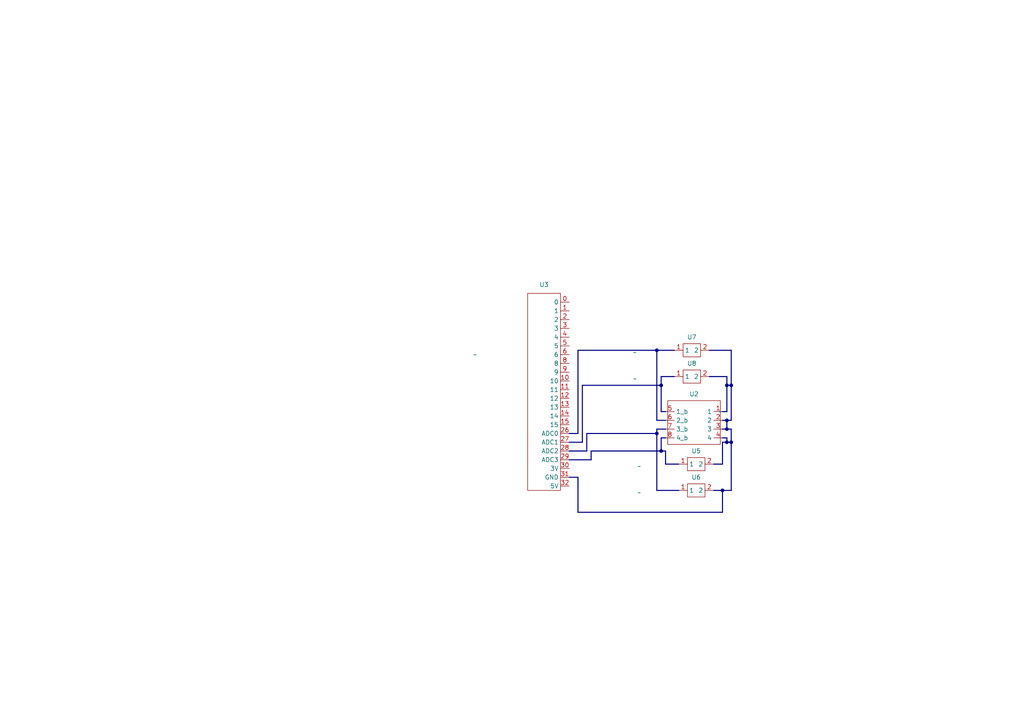
<source format=kicad_sch>
(kicad_sch (version 20230121) (generator eeschema)

  (uuid e753bba7-8b5a-466d-8f63-4c01e52efac9)

  (paper "A4")

  (lib_symbols
    (symbol "自作_Library:4*2pinHeader" (in_bom yes) (on_board yes)
      (property "Reference" "U" (at -0.635 8.89 0)
        (effects (font (size 1.27 1.27)))
      )
      (property "Value" "" (at 6.985 3.81 0)
        (effects (font (size 1.27 1.27)))
      )
      (property "Footprint" "" (at 6.985 3.81 0)
        (effects (font (size 1.27 1.27)) hide)
      )
      (property "Datasheet" "" (at 6.985 3.81 0)
        (effects (font (size 1.27 1.27)) hide)
      )
      (symbol "4*2pinHeader_0_1"
        (rectangle (start -8.255 6.985) (end 6.985 -5.715)
          (stroke (width 0) (type default))
          (fill (type none))
        )
      )
      (symbol "4*2pinHeader_1_1"
        (pin output line (at 7.62 3.81 180) (length 2.54)
          (name "1" (effects (font (size 1.27 1.27))))
          (number "1" (effects (font (size 1.27 1.27))))
        )
        (pin output line (at 7.62 1.27 180) (length 2.54)
          (name "2" (effects (font (size 1.27 1.27))))
          (number "2" (effects (font (size 1.27 1.27))))
        )
        (pin output line (at 7.62 -1.27 180) (length 2.54)
          (name "3" (effects (font (size 1.27 1.27))))
          (number "3" (effects (font (size 1.27 1.27))))
        )
        (pin output line (at 7.62 -3.81 180) (length 2.54)
          (name "4" (effects (font (size 1.27 1.27))))
          (number "4" (effects (font (size 1.27 1.27))))
        )
        (pin output line (at -8.89 3.81 0) (length 2.54)
          (name "1_b" (effects (font (size 1.27 1.27))))
          (number "5" (effects (font (size 1.27 1.27))))
        )
        (pin output line (at -8.89 1.27 0) (length 2.54)
          (name "2_b" (effects (font (size 1.27 1.27))))
          (number "6" (effects (font (size 1.27 1.27))))
        )
        (pin output line (at -8.89 -1.27 0) (length 2.54)
          (name "3_b" (effects (font (size 1.27 1.27))))
          (number "7" (effects (font (size 1.27 1.27))))
        )
        (pin output line (at -8.89 -3.81 0) (length 2.54)
          (name "4_b" (effects (font (size 1.27 1.27))))
          (number "8" (effects (font (size 1.27 1.27))))
        )
      )
    )
    (symbol "自作_Library:rp2040_micro_board" (in_bom yes) (on_board yes)
      (property "Reference" "U" (at 0.635 27.305 0)
        (effects (font (size 1.27 1.27)))
      )
      (property "Value" "" (at -19.685 7.62 0)
        (effects (font (size 1.27 1.27)))
      )
      (property "Footprint" "" (at -19.685 7.62 0)
        (effects (font (size 1.27 1.27)) hide)
      )
      (property "Datasheet" "" (at -19.685 7.62 0)
        (effects (font (size 1.27 1.27)) hide)
      )
      (symbol "rp2040_micro_board_0_1"
        (rectangle (start -4.445 25.4) (end 5.08 -31.75)
          (stroke (width 0) (type default))
          (fill (type none))
        )
      )
      (symbol "rp2040_micro_board_1_1"
        (pin input line (at 7.62 22.86 180) (length 2.54)
          (name "0" (effects (font (size 1.27 1.27))))
          (number "0" (effects (font (size 1.27 1.27))))
        )
        (pin input line (at 7.62 20.32 180) (length 2.54)
          (name "1" (effects (font (size 1.27 1.27))))
          (number "1" (effects (font (size 1.27 1.27))))
        )
        (pin input line (at 7.62 0 180) (length 2.54)
          (name "10" (effects (font (size 1.27 1.27))))
          (number "10" (effects (font (size 1.27 1.27))))
        )
        (pin input line (at 7.62 -2.54 180) (length 2.54)
          (name "11" (effects (font (size 1.27 1.27))))
          (number "11" (effects (font (size 1.27 1.27))))
        )
        (pin input line (at 7.62 -5.08 180) (length 2.54)
          (name "12" (effects (font (size 1.27 1.27))))
          (number "12" (effects (font (size 1.27 1.27))))
        )
        (pin input line (at 7.62 -7.62 180) (length 2.54)
          (name "13" (effects (font (size 1.27 1.27))))
          (number "13" (effects (font (size 1.27 1.27))))
        )
        (pin input line (at 7.62 -10.16 180) (length 2.54)
          (name "14" (effects (font (size 1.27 1.27))))
          (number "14" (effects (font (size 1.27 1.27))))
        )
        (pin input line (at 7.62 -12.7 180) (length 2.54)
          (name "15" (effects (font (size 1.27 1.27))))
          (number "15" (effects (font (size 1.27 1.27))))
        )
        (pin input line (at 7.62 17.78 180) (length 2.54)
          (name "2" (effects (font (size 1.27 1.27))))
          (number "2" (effects (font (size 1.27 1.27))))
        )
        (pin input line (at 7.62 -15.24 180) (length 2.54)
          (name "ADC0" (effects (font (size 1.27 1.27))))
          (number "26" (effects (font (size 1.27 1.27))))
        )
        (pin input line (at 7.62 -17.78 180) (length 2.54)
          (name "ADC1" (effects (font (size 1.27 1.27))))
          (number "27" (effects (font (size 1.27 1.27))))
        )
        (pin input line (at 7.62 -20.32 180) (length 2.54)
          (name "ADC2" (effects (font (size 1.27 1.27))))
          (number "28" (effects (font (size 1.27 1.27))))
        )
        (pin input line (at 7.62 -22.86 180) (length 2.54)
          (name "ADC3" (effects (font (size 1.27 1.27))))
          (number "29" (effects (font (size 1.27 1.27))))
        )
        (pin input line (at 7.62 15.24 180) (length 2.54)
          (name "3" (effects (font (size 1.27 1.27))))
          (number "3" (effects (font (size 1.27 1.27))))
        )
        (pin power_out line (at 7.62 -25.4 180) (length 2.54)
          (name "3V" (effects (font (size 1.27 1.27))))
          (number "30" (effects (font (size 1.27 1.27))))
        )
        (pin power_out line (at 7.62 -27.94 180) (length 2.54)
          (name "GND" (effects (font (size 1.27 1.27))))
          (number "31" (effects (font (size 1.27 1.27))))
        )
        (pin power_out line (at 7.62 -30.48 180) (length 2.54)
          (name "5V" (effects (font (size 1.27 1.27))))
          (number "32" (effects (font (size 1.27 1.27))))
        )
        (pin input line (at 7.62 12.7 180) (length 2.54)
          (name "4" (effects (font (size 1.27 1.27))))
          (number "4" (effects (font (size 1.27 1.27))))
        )
        (pin input line (at 7.62 10.16 180) (length 2.54)
          (name "5" (effects (font (size 1.27 1.27))))
          (number "5" (effects (font (size 1.27 1.27))))
        )
        (pin input line (at 7.62 7.62 180) (length 2.54)
          (name "6" (effects (font (size 1.27 1.27))))
          (number "6" (effects (font (size 1.27 1.27))))
        )
        (pin input line (at 7.62 5.08 180) (length 2.54)
          (name "8" (effects (font (size 1.27 1.27))))
          (number "8" (effects (font (size 1.27 1.27))))
        )
        (pin input line (at 7.62 2.54 180) (length 2.54)
          (name "9" (effects (font (size 1.27 1.27))))
          (number "9" (effects (font (size 1.27 1.27))))
        )
      )
    )
    (symbol "自作_Library:抵抗1/4W抵抗" (in_bom yes) (on_board yes)
      (property "Reference" "U" (at -0.635 3.175 0)
        (effects (font (size 1.27 1.27)))
      )
      (property "Value" "" (at -16.51 -0.635 0)
        (effects (font (size 1.27 1.27)))
      )
      (property "Footprint" "" (at -16.51 -0.635 0)
        (effects (font (size 1.27 1.27)) hide)
      )
      (property "Datasheet" "" (at -16.51 -0.635 0)
        (effects (font (size 1.27 1.27)) hide)
      )
      (symbol "抵抗1/4W抵抗_0_1"
        (rectangle (start -2.54 1.905) (end 2.54 -1.905)
          (stroke (width 0) (type default))
          (fill (type none))
        )
      )
      (symbol "抵抗1/4W抵抗_1_1"
        (pin bidirectional line (at -5.08 0 0) (length 2.54)
          (name "1" (effects (font (size 1.27 1.27))))
          (number "1" (effects (font (size 1.27 1.27))))
        )
        (pin bidirectional line (at 5.08 0 180) (length 2.54)
          (name "2" (effects (font (size 1.27 1.27))))
          (number "2" (effects (font (size 1.27 1.27))))
        )
      )
    )
  )

  (junction (at 212.09 111.76) (diameter 0) (color 0 0 0 0)
    (uuid 1067a364-4fe1-4ffb-83cc-4b032e70e5ef)
  )
  (junction (at 210.82 111.76) (diameter 0) (color 0 0 0 0)
    (uuid 168e8e05-49ab-44cf-9056-b3a84cab59dd)
  )
  (junction (at 190.5 101.6) (diameter 0) (color 0 0 0 0)
    (uuid 169899cc-800c-4547-9c79-766f46129750)
  )
  (junction (at 212.09 128.27) (diameter 0) (color 0 0 0 0)
    (uuid 1715fc2d-b56b-435b-95cc-1a282983912b)
  )
  (junction (at 191.77 130.81) (diameter 0) (color 0 0 0 0)
    (uuid 1cee4d55-33d9-4736-83e0-ef4c850097a2)
  )
  (junction (at 210.82 121.92) (diameter 0) (color 0 0 0 0)
    (uuid 271cde61-2628-471f-8cb5-868bb097fdfe)
  )
  (junction (at 209.55 142.24) (diameter 0) (color 0 0 0 0)
    (uuid 45d2ccea-5ca9-4515-a6db-2522e69cc8ae)
  )
  (junction (at 190.5 125.73) (diameter 0) (color 0 0 0 0)
    (uuid 811e90f0-6ff6-4d44-b460-e283ffecfe8f)
  )
  (junction (at 210.82 128.27) (diameter 0) (color 0 0 0 0)
    (uuid 9ef32b67-a386-4a35-821f-202a2db893fc)
  )
  (junction (at 191.77 111.76) (diameter 0) (color 0 0 0 0)
    (uuid df7b07a1-e136-4911-a8f5-c98aba466855)
  )
  (junction (at 210.82 124.46) (diameter 0) (color 0 0 0 0)
    (uuid e239d993-d669-42e0-a25c-330f280286a1)
  )

  (bus (pts (xy 165.1 128.27) (xy 168.91 128.27))
    (stroke (width 0) (type default))
    (uuid 048443bb-5d37-43a4-b484-22799178a540)
  )
  (bus (pts (xy 212.09 124.46) (xy 212.09 128.27))
    (stroke (width 0) (type default))
    (uuid 0638693c-1191-426b-92fb-0bde95c964d2)
  )
  (bus (pts (xy 191.77 109.22) (xy 195.58 109.22))
    (stroke (width 0) (type default))
    (uuid 0b2af69e-86b4-4722-8cb1-b310926fa1f0)
  )
  (bus (pts (xy 210.82 109.22) (xy 210.82 111.76))
    (stroke (width 0) (type default))
    (uuid 13d54a36-6413-49ba-a651-25d1cfc69c0b)
  )
  (bus (pts (xy 191.77 111.76) (xy 168.91 111.76))
    (stroke (width 0) (type default))
    (uuid 1c17609c-9c96-4ed9-9a6e-7cb1e398779f)
  )
  (bus (pts (xy 210.82 128.27) (xy 212.09 128.27))
    (stroke (width 0) (type default))
    (uuid 1f2cbe64-276f-4e60-90a7-e7a02dc96400)
  )
  (bus (pts (xy 167.64 101.6) (xy 167.64 125.73))
    (stroke (width 0) (type default))
    (uuid 261595f4-aa45-4c39-96fd-69d15d0dd8fe)
  )
  (bus (pts (xy 190.5 125.73) (xy 170.18 125.73))
    (stroke (width 0) (type default))
    (uuid 296251e3-4ea7-48c0-a897-754529eb7a9a)
  )
  (bus (pts (xy 190.5 121.92) (xy 190.5 101.6))
    (stroke (width 0) (type default))
    (uuid 2ee642cd-e26d-4185-a491-b43e2a062d8b)
  )
  (bus (pts (xy 209.55 128.27) (xy 209.55 134.62))
    (stroke (width 0) (type default))
    (uuid 336c12ad-d0ce-44ea-bffe-098887e160f0)
  )
  (bus (pts (xy 210.82 127) (xy 210.82 128.27))
    (stroke (width 0) (type default))
    (uuid 446a3096-14b6-4ad6-b1f4-127397975e0a)
  )
  (bus (pts (xy 165.1 125.73) (xy 167.64 125.73))
    (stroke (width 0) (type default))
    (uuid 45075918-7674-4cad-931e-e1990c858ca0)
  )
  (bus (pts (xy 190.5 101.6) (xy 195.58 101.6))
    (stroke (width 0) (type default))
    (uuid 45e0abf2-52a9-43a9-879e-3c1b93ee1322)
  )
  (bus (pts (xy 190.5 142.24) (xy 190.5 125.73))
    (stroke (width 0) (type default))
    (uuid 46f7e8b8-35e6-4000-bb45-03baae6ab87a)
  )
  (bus (pts (xy 207.01 134.62) (xy 209.55 134.62))
    (stroke (width 0) (type default))
    (uuid 56652406-ba4d-40b9-a04f-f484bed5918d)
  )
  (bus (pts (xy 193.04 121.92) (xy 190.5 121.92))
    (stroke (width 0) (type default))
    (uuid 5788da59-66b4-43a3-801d-f59cbd5ad432)
  )
  (bus (pts (xy 167.64 148.59) (xy 167.64 138.43))
    (stroke (width 0) (type default))
    (uuid 592be8ed-c9fc-4026-9dba-15b98a9b89b4)
  )
  (bus (pts (xy 191.77 130.81) (xy 193.04 130.81))
    (stroke (width 0) (type default))
    (uuid 5cfc4ebb-c01e-49b5-88ec-e5aec202ebc9)
  )
  (bus (pts (xy 190.5 101.6) (xy 167.64 101.6))
    (stroke (width 0) (type default))
    (uuid 60ce5ee1-779c-498a-8da4-83fb3fa442b1)
  )
  (bus (pts (xy 209.55 142.24) (xy 209.55 148.59))
    (stroke (width 0) (type default))
    (uuid 6194a958-5b0e-4900-970c-49438ebb4dcf)
  )
  (bus (pts (xy 205.74 101.6) (xy 212.09 101.6))
    (stroke (width 0) (type default))
    (uuid 630d35a0-bb4b-43ef-ae37-54bc6beef84b)
  )
  (bus (pts (xy 209.55 148.59) (xy 167.64 148.59))
    (stroke (width 0) (type default))
    (uuid 658e8409-446f-4da2-b5d8-6cc930853a93)
  )
  (bus (pts (xy 209.55 119.38) (xy 210.82 119.38))
    (stroke (width 0) (type default))
    (uuid 6a7b85db-04e8-45c1-8877-61748124ccef)
  )
  (bus (pts (xy 210.82 121.92) (xy 212.09 121.92))
    (stroke (width 0) (type default))
    (uuid 6dd4ba6f-94cd-4f05-8c64-61aeae63a5b2)
  )
  (bus (pts (xy 196.85 134.62) (xy 193.04 134.62))
    (stroke (width 0) (type default))
    (uuid 6f97a5bb-bdbf-48a5-a128-1979df96508d)
  )
  (bus (pts (xy 205.74 109.22) (xy 210.82 109.22))
    (stroke (width 0) (type default))
    (uuid 70cc3f4a-cd0c-41a9-abec-082259832547)
  )
  (bus (pts (xy 210.82 111.76) (xy 210.82 119.38))
    (stroke (width 0) (type default))
    (uuid 7346a9a7-3c15-4ef2-859c-04a9d4ec7752)
  )
  (bus (pts (xy 165.1 138.43) (xy 167.64 138.43))
    (stroke (width 0) (type default))
    (uuid 747754b6-465c-475b-b60a-68df8dfc8be7)
  )
  (bus (pts (xy 212.09 101.6) (xy 212.09 111.76))
    (stroke (width 0) (type default))
    (uuid 76235634-b1eb-4e4f-9ffe-543ca1ed1c23)
  )
  (bus (pts (xy 210.82 128.27) (xy 209.55 128.27))
    (stroke (width 0) (type default))
    (uuid 7c332577-b26a-43c7-921e-c6b987091673)
  )
  (bus (pts (xy 196.85 142.24) (xy 190.5 142.24))
    (stroke (width 0) (type default))
    (uuid 7d091337-2af5-4597-8312-aa12e35956e8)
  )
  (bus (pts (xy 171.45 130.81) (xy 171.45 133.35))
    (stroke (width 0) (type default))
    (uuid 7f8cc396-cb9a-429f-9273-455fcb11a98a)
  )
  (bus (pts (xy 165.1 130.81) (xy 170.18 130.81))
    (stroke (width 0) (type default))
    (uuid 8822db07-fba1-47d1-8c13-07581a87e732)
  )
  (bus (pts (xy 212.09 128.27) (xy 212.09 142.24))
    (stroke (width 0) (type default))
    (uuid 8d95a984-418c-4570-960f-ea7aa4da9376)
  )
  (bus (pts (xy 209.55 127) (xy 210.82 127))
    (stroke (width 0) (type default))
    (uuid 8f5e9b84-2889-4856-91dd-27a774674bf8)
  )
  (bus (pts (xy 191.77 109.22) (xy 191.77 111.76))
    (stroke (width 0) (type default))
    (uuid 93f7b2d4-6ebd-438a-a464-aff0858c3575)
  )
  (bus (pts (xy 191.77 130.81) (xy 171.45 130.81))
    (stroke (width 0) (type default))
    (uuid 956be005-81eb-479c-896d-3c53207f8e6c)
  )
  (bus (pts (xy 191.77 127) (xy 193.04 127))
    (stroke (width 0) (type default))
    (uuid 9728a060-884e-4ed5-a285-4532317aadc1)
  )
  (bus (pts (xy 193.04 130.81) (xy 193.04 134.62))
    (stroke (width 0) (type default))
    (uuid 985c83cc-316e-479c-931c-f3c5240c0f0f)
  )
  (bus (pts (xy 212.09 111.76) (xy 212.09 121.92))
    (stroke (width 0) (type default))
    (uuid a2ff3473-e9ce-4964-9295-bf6f078e15fb)
  )
  (bus (pts (xy 209.55 121.92) (xy 210.82 121.92))
    (stroke (width 0) (type default))
    (uuid a8215d9b-ab15-4c07-a5e7-12738a253360)
  )
  (bus (pts (xy 191.77 111.76) (xy 191.77 119.38))
    (stroke (width 0) (type default))
    (uuid bd42026a-2570-411d-8461-97a69f161b42)
  )
  (bus (pts (xy 191.77 119.38) (xy 193.04 119.38))
    (stroke (width 0) (type default))
    (uuid be736fed-c67d-442a-a61f-9ec3f7c39cbb)
  )
  (bus (pts (xy 210.82 121.92) (xy 210.82 124.46))
    (stroke (width 0) (type default))
    (uuid c04c7216-2f9f-436e-8352-cd4f46118981)
  )
  (bus (pts (xy 165.1 133.35) (xy 171.45 133.35))
    (stroke (width 0) (type default))
    (uuid c202b9d7-5920-49d0-a959-067be9100256)
  )
  (bus (pts (xy 190.5 124.46) (xy 193.04 124.46))
    (stroke (width 0) (type default))
    (uuid cb5277b2-641f-416e-bae5-9063e3239255)
  )
  (bus (pts (xy 190.5 125.73) (xy 190.5 124.46))
    (stroke (width 0) (type default))
    (uuid cc7d8783-cb20-422b-b5bf-1524df20ee76)
  )
  (bus (pts (xy 168.91 111.76) (xy 168.91 128.27))
    (stroke (width 0) (type default))
    (uuid d057ae10-bdd2-4242-86b8-56ea0db2e649)
  )
  (bus (pts (xy 209.55 124.46) (xy 210.82 124.46))
    (stroke (width 0) (type default))
    (uuid ddb5a3b0-537e-497e-b88e-c5b151356e6c)
  )
  (bus (pts (xy 170.18 125.73) (xy 170.18 130.81))
    (stroke (width 0) (type default))
    (uuid e189b3dc-6a82-466a-87d4-1e95a5fcb541)
  )
  (bus (pts (xy 212.09 111.76) (xy 210.82 111.76))
    (stroke (width 0) (type default))
    (uuid ec52c8dd-5c69-41e6-b511-2c9fe343e1fa)
  )
  (bus (pts (xy 209.55 142.24) (xy 212.09 142.24))
    (stroke (width 0) (type default))
    (uuid f1302521-3e86-4713-8b75-a61ca2b9d785)
  )
  (bus (pts (xy 207.01 142.24) (xy 209.55 142.24))
    (stroke (width 0) (type default))
    (uuid f7d4fee1-469b-405e-ab65-46018916b128)
  )
  (bus (pts (xy 212.09 124.46) (xy 210.82 124.46))
    (stroke (width 0) (type default))
    (uuid f839fa71-4685-4e52-bb54-6e6735135467)
  )
  (bus (pts (xy 191.77 127) (xy 191.77 130.81))
    (stroke (width 0) (type default))
    (uuid fe0a7b7a-1ad9-463e-b887-c3fbf693479f)
  )

  (symbol (lib_id "自作_Library:rp2040_micro_board") (at 157.48 110.49 0) (unit 1)
    (in_bom yes) (on_board yes) (dnp no) (fields_autoplaced)
    (uuid 0da43278-b548-4dc1-8490-754b013898c9)
    (property "Reference" "U3" (at 157.7975 82.55 0)
      (effects (font (size 1.27 1.27)))
    )
    (property "Value" "~" (at 137.795 102.87 0)
      (effects (font (size 1.27 1.27)))
    )
    (property "Footprint" "Library 自作:rp2040_micro_board" (at 137.795 102.87 0)
      (effects (font (size 1.27 1.27)) hide)
    )
    (property "Datasheet" "" (at 137.795 102.87 0)
      (effects (font (size 1.27 1.27)) hide)
    )
    (pin "13" (uuid 701b2ba5-7e47-4bdf-be66-c18e04327edd))
    (pin "14" (uuid e7da0546-3100-40d5-9040-f289aa08c6c3))
    (pin "27" (uuid 92a81c01-b3d0-4db3-b8d6-448e23f5e581))
    (pin "29" (uuid 264c1f01-5580-4713-a9b0-c02589038796))
    (pin "26" (uuid acf4d68d-1ebd-4f28-8efe-5e01613c84b8))
    (pin "28" (uuid 4569e87b-214b-4ac3-a96e-6a65f08f713e))
    (pin "3" (uuid 0d1b3f47-280f-4fbc-a8be-1b338c366417))
    (pin "11" (uuid 1be7799d-13d0-4f25-8df9-59764cda0b52))
    (pin "12" (uuid 4d5e2448-d697-441d-a5a5-c9cc8a061a09))
    (pin "0" (uuid 417a497e-5c83-48db-9ec9-b48d1c598b0b))
    (pin "2" (uuid c68b8ad0-6a30-49b2-8a79-821d895ed3fe))
    (pin "10" (uuid 2e485df0-9d39-4378-b3c3-8c3bd4c9f3de))
    (pin "1" (uuid 91c07549-f282-43bc-93ec-f530e0dd39e8))
    (pin "15" (uuid 610ccf3d-dcc9-4a5f-af1c-4bb368b961de))
    (pin "5" (uuid 401d4337-10b7-4d6e-8506-6f55eca61963))
    (pin "6" (uuid 326bdbf5-c854-45e6-bc02-f860a76a058c))
    (pin "8" (uuid 69d05aca-e8e9-40a9-aa4f-b1b4a07625b9))
    (pin "31" (uuid fe424cc2-af5e-4f9b-9add-b19e32496a03))
    (pin "9" (uuid 9839ad71-f2f6-4ecc-842d-04b551cc3ea9))
    (pin "30" (uuid 70595f66-def5-49f6-9975-fc13ba8f836e))
    (pin "4" (uuid ff3a3d1e-afbc-4140-8fb7-640ddeacaff5))
    (pin "32" (uuid ecd5be11-703d-406f-886e-5bbbfe1b0a6f))
    (instances
      (project "hid_taiko_rp2040_lite"
        (path "/e753bba7-8b5a-466d-8f63-4c01e52efac9"
          (reference "U3") (unit 1)
        )
      )
    )
  )

  (symbol (lib_id "自作_Library:抵抗1/4W抵抗") (at 201.93 142.24 0) (unit 1)
    (in_bom yes) (on_board yes) (dnp no) (fields_autoplaced)
    (uuid 1e67e88b-8e75-444e-8163-c59c5c64e082)
    (property "Reference" "U6" (at 201.93 138.43 0)
      (effects (font (size 1.27 1.27)))
    )
    (property "Value" "~" (at 185.42 142.875 0)
      (effects (font (size 1.27 1.27)))
    )
    (property "Footprint" "Library 自作:スルーホールの一般的な　抵抗" (at 185.42 142.875 0)
      (effects (font (size 1.27 1.27)) hide)
    )
    (property "Datasheet" "" (at 185.42 142.875 0)
      (effects (font (size 1.27 1.27)) hide)
    )
    (pin "2" (uuid 94bd407a-0cb8-4d78-b92a-991527ba28b0))
    (pin "1" (uuid f2d804ea-5d00-42f7-a21b-42527c829a1b))
    (instances
      (project "hid_taiko_rp2040_lite"
        (path "/e753bba7-8b5a-466d-8f63-4c01e52efac9"
          (reference "U6") (unit 1)
        )
      )
    )
  )

  (symbol (lib_id "自作_Library:抵抗1/4W抵抗") (at 200.66 109.22 0) (unit 1)
    (in_bom yes) (on_board yes) (dnp no) (fields_autoplaced)
    (uuid 40d9d2ef-c6d5-433e-951f-b1333d9f6684)
    (property "Reference" "U8" (at 200.66 105.41 0)
      (effects (font (size 1.27 1.27)))
    )
    (property "Value" "~" (at 184.15 109.855 0)
      (effects (font (size 1.27 1.27)))
    )
    (property "Footprint" "Library 自作:スルーホールの一般的な　抵抗" (at 184.15 109.855 0)
      (effects (font (size 1.27 1.27)) hide)
    )
    (property "Datasheet" "" (at 184.15 109.855 0)
      (effects (font (size 1.27 1.27)) hide)
    )
    (pin "2" (uuid 8cf455f6-6b6e-4d54-a54a-c7acd0ab2d43))
    (pin "1" (uuid bd7d0239-af3d-4dac-a815-176adac806f9))
    (instances
      (project "hid_taiko_rp2040_lite"
        (path "/e753bba7-8b5a-466d-8f63-4c01e52efac9"
          (reference "U8") (unit 1)
        )
      )
    )
  )

  (symbol (lib_id "自作_Library:4*2pinHeader") (at 201.93 123.19 0) (unit 1)
    (in_bom yes) (on_board yes) (dnp no) (fields_autoplaced)
    (uuid 6d10c982-ff8f-4539-b811-3de951b29524)
    (property "Reference" "U2" (at 201.295 114.3 0)
      (effects (font (size 1.27 1.27)))
    )
    (property "Value" "~" (at 208.915 119.38 0)
      (effects (font (size 1.27 1.27)))
    )
    (property "Footprint" "Library 自作:PinHeader_2x4_P2.54mm_Vertical_Staggered" (at 208.915 119.38 0)
      (effects (font (size 1.27 1.27)) hide)
    )
    (property "Datasheet" "" (at 208.915 119.38 0)
      (effects (font (size 1.27 1.27)) hide)
    )
    (pin "8" (uuid 6f36d382-a183-4cf6-8fbf-1f4186ed272f))
    (pin "5" (uuid 89525a7a-a5b9-46b4-90f5-51f3da901a76))
    (pin "4" (uuid cccd33ab-01ae-419d-a26d-714e7adf5cf8))
    (pin "2" (uuid d4b50240-de02-41dc-a11c-4bd039b8d2c7))
    (pin "3" (uuid fef32c46-6188-4697-bfa8-a58df8e315f1))
    (pin "6" (uuid 1856f20c-ae15-4e72-9722-aa7e43a5413b))
    (pin "7" (uuid 617c5236-2d15-4787-90eb-f037641cad62))
    (pin "1" (uuid 39f331d3-c264-4730-af15-5ad3efb6e9e4))
    (instances
      (project "hid_taiko_rp2040_lite"
        (path "/e753bba7-8b5a-466d-8f63-4c01e52efac9"
          (reference "U2") (unit 1)
        )
      )
    )
  )

  (symbol (lib_id "自作_Library:抵抗1/4W抵抗") (at 200.66 101.6 0) (unit 1)
    (in_bom yes) (on_board yes) (dnp no) (fields_autoplaced)
    (uuid 95b892a5-3491-431d-bf12-6819b6595cc7)
    (property "Reference" "U7" (at 200.66 97.79 0)
      (effects (font (size 1.27 1.27)))
    )
    (property "Value" "~" (at 184.15 102.235 0)
      (effects (font (size 1.27 1.27)))
    )
    (property "Footprint" "Library 自作:スルーホールの一般的な　抵抗" (at 184.15 102.235 0)
      (effects (font (size 1.27 1.27)) hide)
    )
    (property "Datasheet" "" (at 184.15 102.235 0)
      (effects (font (size 1.27 1.27)) hide)
    )
    (pin "2" (uuid 6415c095-16b9-4bfc-bfa1-bf5b9c49f794))
    (pin "1" (uuid 5ed30556-ac4f-4054-bb59-922de28ea800))
    (instances
      (project "hid_taiko_rp2040_lite"
        (path "/e753bba7-8b5a-466d-8f63-4c01e52efac9"
          (reference "U7") (unit 1)
        )
      )
    )
  )

  (symbol (lib_id "自作_Library:抵抗1/4W抵抗") (at 201.93 134.62 0) (unit 1)
    (in_bom yes) (on_board yes) (dnp no) (fields_autoplaced)
    (uuid f3c1b731-5712-4304-be57-ce894fc6d443)
    (property "Reference" "U5" (at 201.93 130.81 0)
      (effects (font (size 1.27 1.27)))
    )
    (property "Value" "~" (at 185.42 135.255 0)
      (effects (font (size 1.27 1.27)))
    )
    (property "Footprint" "Library 自作:スルーホールの一般的な　抵抗" (at 185.42 135.255 0)
      (effects (font (size 1.27 1.27)) hide)
    )
    (property "Datasheet" "" (at 185.42 135.255 0)
      (effects (font (size 1.27 1.27)) hide)
    )
    (pin "2" (uuid 77516cfb-49b8-497a-adeb-165ad181a231))
    (pin "1" (uuid 8ab3304d-dfff-4314-83e7-2388e15ed154))
    (instances
      (project "hid_taiko_rp2040_lite"
        (path "/e753bba7-8b5a-466d-8f63-4c01e52efac9"
          (reference "U5") (unit 1)
        )
      )
    )
  )

  (sheet_instances
    (path "/" (page "1"))
  )
)

</source>
